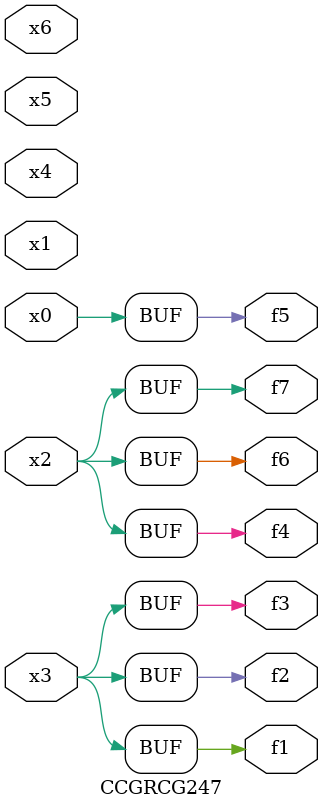
<source format=v>
module CCGRCG247(
	input x0, x1, x2, x3, x4, x5, x6,
	output f1, f2, f3, f4, f5, f6, f7
);
	assign f1 = x3;
	assign f2 = x3;
	assign f3 = x3;
	assign f4 = x2;
	assign f5 = x0;
	assign f6 = x2;
	assign f7 = x2;
endmodule

</source>
